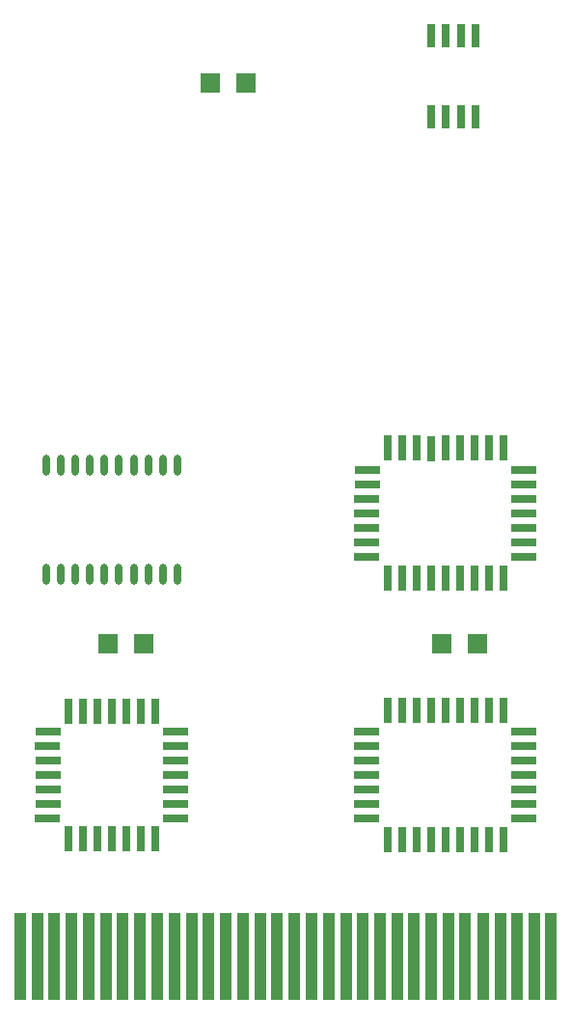
<source format=gbr>
%TF.GenerationSoftware,KiCad,Pcbnew,(6.0.2)*%
%TF.CreationDate,2022-06-06T00:03:40-05:00*%
%TF.ProjectId,REF1347,52454631-3334-4372-9e6b-696361645f70,rev?*%
%TF.SameCoordinates,Original*%
%TF.FileFunction,Paste,Top*%
%TF.FilePolarity,Positive*%
%FSLAX46Y46*%
G04 Gerber Fmt 4.6, Leading zero omitted, Abs format (unit mm)*
G04 Created by KiCad (PCBNEW (6.0.2)) date 2022-06-06 00:03:40*
%MOMM*%
%LPD*%
G01*
G04 APERTURE LIST*
%ADD10R,2.300000X0.650000*%
%ADD11R,0.650000X2.300000*%
%ADD12O,0.600000X1.865000*%
%ADD13R,1.670000X1.670000*%
%ADD14R,1.100000X7.600000*%
%ADD15R,0.700000X2.000000*%
G04 APERTURE END LIST*
D10*
%TO.C,U1*%
X156549000Y-104195000D03*
X156547000Y-105467000D03*
X156548000Y-106736000D03*
X156548000Y-108006000D03*
D11*
X158369000Y-109896000D03*
X159638000Y-109896000D03*
X160909000Y-109894000D03*
X162179000Y-109895000D03*
X163445000Y-109896000D03*
X164718000Y-109897000D03*
X165989000Y-109895000D03*
X167256000Y-109897000D03*
X168526000Y-109894000D03*
D10*
X170350000Y-108003000D03*
X170347000Y-106734000D03*
X170351000Y-105465000D03*
X170350000Y-104196000D03*
X170350000Y-102928000D03*
X170351000Y-101655000D03*
X170350000Y-100384000D03*
D11*
X168532000Y-98494000D03*
X167256000Y-98494000D03*
X165991000Y-98494000D03*
X164715000Y-98498000D03*
X163451000Y-98493000D03*
X162178000Y-98500000D03*
X160910000Y-98499000D03*
X159638000Y-98499000D03*
X158367000Y-98498000D03*
D10*
X156551000Y-100386000D03*
X156551000Y-101654000D03*
X156546000Y-102926000D03*
%TD*%
D12*
%TO.C,U3*%
X128391000Y-109569000D03*
X129671000Y-109569000D03*
X130951000Y-109569000D03*
X132231000Y-109569000D03*
X133511000Y-109569000D03*
X134791000Y-109569000D03*
X136071000Y-109569000D03*
X137351000Y-109569000D03*
X138631000Y-109569000D03*
X139911000Y-109569000D03*
X139911000Y-99969000D03*
X138631000Y-99969000D03*
X137351000Y-99969000D03*
X136071000Y-99969000D03*
X134791000Y-99969000D03*
X133511000Y-99969000D03*
X132231000Y-99969000D03*
X130951000Y-99969000D03*
X129671000Y-99969000D03*
X128391000Y-99969000D03*
%TD*%
D13*
%TO.C,R1*%
X142800000Y-66475000D03*
X145931000Y-66466000D03*
%TD*%
D14*
%TO.C,J1*%
X126079000Y-143057000D03*
X127598000Y-143057000D03*
X129105000Y-143057000D03*
X130611000Y-143059000D03*
X132118000Y-143059000D03*
X133621000Y-143059000D03*
X135128000Y-143059000D03*
X136647000Y-143059000D03*
X138154000Y-143059000D03*
X139661000Y-143056000D03*
X141168000Y-143064000D03*
X142635000Y-143056000D03*
X144138000Y-143058000D03*
X145645000Y-143058000D03*
X147164000Y-143058000D03*
X148671000Y-143058000D03*
X150177000Y-143051000D03*
X151684000Y-143051000D03*
X153191000Y-143059000D03*
X154698000Y-143059000D03*
X156205000Y-143059000D03*
X157712000Y-143059000D03*
X159220000Y-143056000D03*
X160691000Y-143056000D03*
X162162000Y-143056000D03*
X163669000Y-143056000D03*
X165176000Y-143056000D03*
X166719000Y-143051000D03*
X168238000Y-143051000D03*
X169697000Y-143051000D03*
X171252000Y-143051000D03*
X172711000Y-143057000D03*
%TD*%
D10*
%TO.C,U2*%
X156527000Y-127164000D03*
X156525000Y-128436000D03*
X156526000Y-129705000D03*
X156526000Y-130975000D03*
D11*
X158347000Y-132865000D03*
X159616000Y-132865000D03*
X160887000Y-132863000D03*
X162157000Y-132864000D03*
X163423000Y-132865000D03*
X164696000Y-132866000D03*
X165967000Y-132864000D03*
X167234000Y-132866000D03*
X168504000Y-132863000D03*
D10*
X170328000Y-130972000D03*
X170325000Y-129703000D03*
X170329000Y-128434000D03*
X170328000Y-127165000D03*
X170328000Y-125897000D03*
X170329000Y-124624000D03*
X170328000Y-123353000D03*
D11*
X168510000Y-121463000D03*
X167234000Y-121463000D03*
X165969000Y-121463000D03*
X164693000Y-121467000D03*
X163429000Y-121462000D03*
X162156000Y-121469000D03*
X160888000Y-121468000D03*
X159616000Y-121468000D03*
X158345000Y-121467000D03*
D10*
X156529000Y-123355000D03*
X156529000Y-124623000D03*
X156524000Y-125895000D03*
%TD*%
%TO.C,U4*%
X128527000Y-127158000D03*
X128527000Y-128423000D03*
X128528000Y-129694000D03*
X128522000Y-130965000D03*
D11*
X130317000Y-132754000D03*
X131589000Y-132755000D03*
X132856000Y-132752000D03*
X134129000Y-132751000D03*
X135399000Y-132755000D03*
X136670000Y-132752000D03*
X137936000Y-132754000D03*
D10*
X139729000Y-130967000D03*
X139728000Y-129693000D03*
X139728000Y-128423000D03*
X139728000Y-127151000D03*
X139731000Y-125886000D03*
X139728000Y-124616000D03*
X139731000Y-123345000D03*
D11*
X137938000Y-121554000D03*
X136672000Y-121553000D03*
X135397000Y-121553000D03*
X134125000Y-121552000D03*
X132857000Y-121558000D03*
X131588000Y-121551000D03*
X130318000Y-121549000D03*
D10*
X128529000Y-123341000D03*
X128525000Y-124613000D03*
X128530000Y-125886000D03*
%TD*%
D13*
%TO.C,C2*%
X163133000Y-115667000D03*
X166264000Y-115658000D03*
%TD*%
%TO.C,C1*%
X133815500Y-115680500D03*
X136946500Y-115671500D03*
%TD*%
D15*
%TO.C,U5*%
X162205000Y-69452000D03*
X163474000Y-69449000D03*
X164784000Y-69451000D03*
X166053000Y-69451000D03*
X166055000Y-62306000D03*
X164784000Y-62307000D03*
X163475000Y-62306000D03*
X162206000Y-62309000D03*
%TD*%
M02*

</source>
